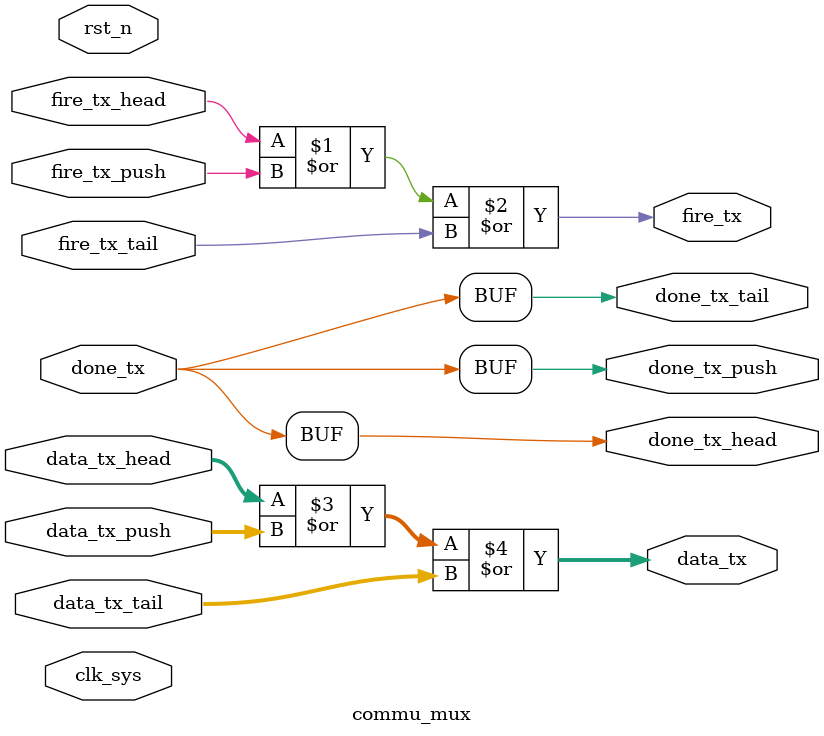
<source format=v>

module commu_mux(
fire_tx_head,
done_tx_head,
data_tx_head,
fire_tx_push,
done_tx_push,
data_tx_push,
fire_tx_tail,
done_tx_tail,
data_tx_tail,
fire_tx,
done_tx,
data_tx,
//clk rst
clk_sys,
rst_n
);
input 			fire_tx_head;
output			done_tx_head;
input [15:0]data_tx_head;
input 			fire_tx_push;
output			done_tx_push;
input [15:0]data_tx_push;
input 			fire_tx_tail;
output			done_tx_tail;
input [15:0]data_tx_tail;
output			fire_tx;
input 			done_tx;
output[15:0]data_tx;
//clk rst
input clk_sys;
input rst_n;
//-------------------------------------------
//-------------------------------------------

wire done_tx_head;
wire done_tx_push;
wire done_tx_tail;
assign done_tx_head = done_tx;
assign done_tx_push = done_tx;
assign done_tx_tail = done_tx;

wire fire_tx;
assign fire_tx = fire_tx_head | fire_tx_push | fire_tx_tail;
wire [15:0] data_tx;
assign data_tx = data_tx_head | data_tx_push | data_tx_tail;

endmodule


</source>
